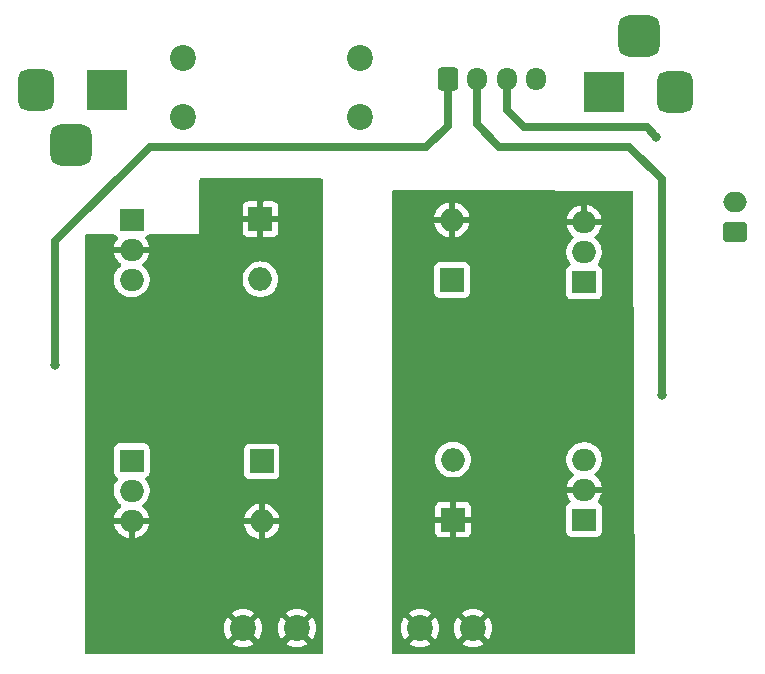
<source format=gbr>
%TF.GenerationSoftware,KiCad,Pcbnew,(6.0.1)*%
%TF.CreationDate,2022-05-20T18:23:43-05:00*%
%TF.ProjectId,BookSensitizer,426f6f6b-5365-46e7-9369-74697a65722e,rev?*%
%TF.SameCoordinates,Original*%
%TF.FileFunction,Copper,L2,Bot*%
%TF.FilePolarity,Positive*%
%FSLAX46Y46*%
G04 Gerber Fmt 4.6, Leading zero omitted, Abs format (unit mm)*
G04 Created by KiCad (PCBNEW (6.0.1)) date 2022-05-20 18:23:43*
%MOMM*%
%LPD*%
G01*
G04 APERTURE LIST*
G04 Aperture macros list*
%AMRoundRect*
0 Rectangle with rounded corners*
0 $1 Rounding radius*
0 $2 $3 $4 $5 $6 $7 $8 $9 X,Y pos of 4 corners*
0 Add a 4 corners polygon primitive as box body*
4,1,4,$2,$3,$4,$5,$6,$7,$8,$9,$2,$3,0*
0 Add four circle primitives for the rounded corners*
1,1,$1+$1,$2,$3*
1,1,$1+$1,$4,$5*
1,1,$1+$1,$6,$7*
1,1,$1+$1,$8,$9*
0 Add four rect primitives between the rounded corners*
20,1,$1+$1,$2,$3,$4,$5,0*
20,1,$1+$1,$4,$5,$6,$7,0*
20,1,$1+$1,$6,$7,$8,$9,0*
20,1,$1+$1,$8,$9,$2,$3,0*%
G04 Aperture macros list end*
%TA.AperFunction,ComponentPad*%
%ADD10R,2.000000X2.000000*%
%TD*%
%TA.AperFunction,ComponentPad*%
%ADD11O,2.000000X2.000000*%
%TD*%
%TA.AperFunction,ComponentPad*%
%ADD12R,3.500000X3.500000*%
%TD*%
%TA.AperFunction,ComponentPad*%
%ADD13RoundRect,0.875000X0.875000X0.875000X-0.875000X0.875000X-0.875000X-0.875000X0.875000X-0.875000X0*%
%TD*%
%TA.AperFunction,ComponentPad*%
%ADD14RoundRect,0.750000X0.750000X1.000000X-0.750000X1.000000X-0.750000X-1.000000X0.750000X-1.000000X0*%
%TD*%
%TA.AperFunction,ComponentPad*%
%ADD15R,2.000000X1.905000*%
%TD*%
%TA.AperFunction,ComponentPad*%
%ADD16O,2.000000X1.905000*%
%TD*%
%TA.AperFunction,ComponentPad*%
%ADD17RoundRect,0.750000X-0.750000X-1.000000X0.750000X-1.000000X0.750000X1.000000X-0.750000X1.000000X0*%
%TD*%
%TA.AperFunction,ComponentPad*%
%ADD18RoundRect,0.875000X-0.875000X-0.875000X0.875000X-0.875000X0.875000X0.875000X-0.875000X0.875000X0*%
%TD*%
%TA.AperFunction,ComponentPad*%
%ADD19RoundRect,0.250000X0.750000X-0.600000X0.750000X0.600000X-0.750000X0.600000X-0.750000X-0.600000X0*%
%TD*%
%TA.AperFunction,ComponentPad*%
%ADD20O,2.000000X1.700000*%
%TD*%
%TA.AperFunction,ComponentPad*%
%ADD21C,2.200000*%
%TD*%
%TA.AperFunction,ComponentPad*%
%ADD22RoundRect,0.250000X-0.600000X-0.725000X0.600000X-0.725000X0.600000X0.725000X-0.600000X0.725000X0*%
%TD*%
%TA.AperFunction,ComponentPad*%
%ADD23O,1.700000X1.950000*%
%TD*%
%TA.AperFunction,ViaPad*%
%ADD24C,0.800000*%
%TD*%
%TA.AperFunction,Conductor*%
%ADD25C,0.700000*%
%TD*%
G04 APERTURE END LIST*
D10*
%TO.P,D1,1,K*%
%TO.N,+12V*%
X78011800Y-84624000D03*
D11*
%TO.P,D1,2,A*%
%TO.N,/driver1/Hs*%
X78011800Y-89704000D03*
%TD*%
D12*
%TO.P,Vout_J1,1*%
%TO.N,+12V*%
X106979200Y-53332300D03*
D13*
%TO.P,Vout_J1,2*%
%TO.N,GND*%
X109979200Y-48632300D03*
D14*
X112979200Y-53332300D03*
%TD*%
D15*
%TO.P,Q1,1,G*%
%TO.N,/driver1/G_High*%
X67011800Y-84554000D03*
D16*
%TO.P,Q1,2,D*%
%TO.N,+12V*%
X67011800Y-87094000D03*
%TO.P,Q1,3,S*%
%TO.N,/driver1/Hs*%
X67011800Y-89634000D03*
%TD*%
D15*
%TO.P,Q4,1,G*%
%TO.N,/driver2/G_low*%
X105311800Y-89554000D03*
D16*
%TO.P,Q4,2,D*%
%TO.N,/driver2/Hs*%
X105311800Y-87014000D03*
%TO.P,Q4,3,S*%
%TO.N,GND*%
X105311800Y-84474000D03*
%TD*%
D12*
%TO.P,Vin_J2,1*%
%TO.N,Net-(F1-Pad1)*%
X64902600Y-53144500D03*
D17*
%TO.P,Vin_J2,2*%
%TO.N,GND*%
X58902600Y-53144500D03*
D18*
X61902600Y-57844500D03*
%TD*%
D19*
%TO.P,M1,1,+*%
%TO.N,+12V*%
X118121800Y-65204000D03*
D20*
%TO.P,M1,2,-*%
%TO.N,Net-(M1-Pad2)*%
X118121800Y-62704000D03*
%TD*%
D10*
%TO.P,D2,1,K*%
%TO.N,/driver1/Hs*%
X77911800Y-64124000D03*
D11*
%TO.P,D2,2,A*%
%TO.N,GND*%
X77911800Y-69204000D03*
%TD*%
D15*
%TO.P,Q2,1,G*%
%TO.N,/driver1/G_low*%
X67011800Y-64154000D03*
D16*
%TO.P,Q2,2,D*%
%TO.N,/driver1/Hs*%
X67011800Y-66694000D03*
%TO.P,Q2,3,S*%
%TO.N,GND*%
X67011800Y-69234000D03*
%TD*%
D10*
%TO.P,D4,1,K*%
%TO.N,/driver2/Hs*%
X94211800Y-89554000D03*
D11*
%TO.P,D4,2,A*%
%TO.N,GND*%
X94211800Y-84474000D03*
%TD*%
D10*
%TO.P,D3,1,K*%
%TO.N,+12V*%
X94111800Y-69254000D03*
D11*
%TO.P,D3,2,A*%
%TO.N,/driver2/Hs*%
X94111800Y-64174000D03*
%TD*%
D21*
%TO.P,F1 10A,1*%
%TO.N,Net-(F1-Pad1)*%
X71311800Y-50454000D03*
X71311800Y-55454000D03*
%TO.P,F1 10A,2*%
%TO.N,+12V*%
X86311800Y-55454000D03*
X86311800Y-50454000D03*
%TD*%
D15*
%TO.P,Q3,1,G*%
%TO.N,/driver2/G_High*%
X105311800Y-69454000D03*
D16*
%TO.P,Q3,2,D*%
%TO.N,+12V*%
X105311800Y-66914000D03*
%TO.P,Q3,3,S*%
%TO.N,/driver2/Hs*%
X105311800Y-64374000D03*
%TD*%
D21*
%TO.P,L1,1,1*%
%TO.N,/driver1/Hs*%
X76436800Y-98754000D03*
X80986800Y-98754000D03*
%TO.P,L1,2,2*%
%TO.N,/driver2/Hs*%
X91411800Y-98754000D03*
X95911800Y-98754000D03*
%TD*%
D22*
%TO.P,J3,1,Pin_1*%
%TO.N,/in_1*%
X93761800Y-52286500D03*
D23*
%TO.P,J3,2,Pin_2*%
%TO.N,/in_2*%
X96261800Y-52286500D03*
%TO.P,J3,3,Pin_3*%
%TO.N,/in_3*%
X98761800Y-52286500D03*
%TO.P,J3,4,Pin_4*%
%TO.N,GND*%
X101261800Y-52286500D03*
%TD*%
D24*
%TO.N,/driver1/Hs*%
X66124200Y-79361600D03*
%TO.N,/driver2/Hs*%
X105438000Y-75807800D03*
%TO.N,/in_1*%
X60553600Y-76479400D03*
%TO.N,/in_2*%
X111912400Y-78994000D03*
%TO.N,/in_3*%
X111441800Y-57124000D03*
%TD*%
D25*
%TO.N,/in_1*%
X91948000Y-58013600D02*
X93761800Y-56199800D01*
X68529200Y-58013600D02*
X91948000Y-58013600D01*
X60553600Y-65989200D02*
X68529200Y-58013600D01*
X93761800Y-56199800D02*
X93761800Y-52286500D01*
X60553600Y-76479400D02*
X60553600Y-65989200D01*
%TO.N,/in_2*%
X111912400Y-60731400D02*
X111912400Y-78994000D01*
X96261800Y-54910600D02*
X96261800Y-52286500D01*
X96240600Y-54940200D02*
X96240600Y-56057800D01*
X96266000Y-54914800D02*
X96240600Y-54940200D01*
X96240600Y-56057800D02*
X98145600Y-57962800D01*
X109143800Y-57962800D02*
X111912400Y-60731400D01*
X98145600Y-57962800D02*
X109143800Y-57962800D01*
X96266000Y-54914800D02*
X96261800Y-54910600D01*
%TO.N,/in_3*%
X100261800Y-56344000D02*
X110661800Y-56344000D01*
X110661800Y-56344000D02*
X111441800Y-57124000D01*
X98761800Y-52286500D02*
X98761800Y-54844000D01*
X98761800Y-54844000D02*
X100261800Y-56344000D01*
%TD*%
%TA.AperFunction,Conductor*%
%TO.N,/driver1/Hs*%
G36*
X83127121Y-60675202D02*
G01*
X83173614Y-60728858D01*
X83185000Y-60781200D01*
X83185000Y-100788200D01*
X83164998Y-100856321D01*
X83111342Y-100902814D01*
X83059000Y-100914200D01*
X63143400Y-100914200D01*
X63075279Y-100894198D01*
X63028786Y-100840542D01*
X63017400Y-100788200D01*
X63017400Y-100059390D01*
X75496240Y-100059390D01*
X75501967Y-100067040D01*
X75700306Y-100188583D01*
X75709100Y-100193064D01*
X75933791Y-100286134D01*
X75943176Y-100289183D01*
X76179663Y-100345959D01*
X76189410Y-100347502D01*
X76431870Y-100366584D01*
X76441730Y-100366584D01*
X76684190Y-100347502D01*
X76693937Y-100345959D01*
X76930424Y-100289183D01*
X76939809Y-100286134D01*
X77164500Y-100193064D01*
X77173294Y-100188583D01*
X77367967Y-100069287D01*
X77376920Y-100059390D01*
X80046240Y-100059390D01*
X80051967Y-100067040D01*
X80250306Y-100188583D01*
X80259100Y-100193064D01*
X80483791Y-100286134D01*
X80493176Y-100289183D01*
X80729663Y-100345959D01*
X80739410Y-100347502D01*
X80981870Y-100366584D01*
X80991730Y-100366584D01*
X81234190Y-100347502D01*
X81243937Y-100345959D01*
X81480424Y-100289183D01*
X81489809Y-100286134D01*
X81714500Y-100193064D01*
X81723294Y-100188583D01*
X81917967Y-100069287D01*
X81927427Y-100058830D01*
X81923644Y-100050054D01*
X80999612Y-99126022D01*
X80985668Y-99118408D01*
X80983835Y-99118539D01*
X80977220Y-99122790D01*
X80053000Y-100047010D01*
X80046240Y-100059390D01*
X77376920Y-100059390D01*
X77377427Y-100058830D01*
X77373644Y-100050054D01*
X76449612Y-99126022D01*
X76435668Y-99118408D01*
X76433835Y-99118539D01*
X76427220Y-99122790D01*
X75503000Y-100047010D01*
X75496240Y-100059390D01*
X63017400Y-100059390D01*
X63017400Y-98758930D01*
X74824216Y-98758930D01*
X74843298Y-99001390D01*
X74844841Y-99011137D01*
X74901617Y-99247624D01*
X74904666Y-99257009D01*
X74997736Y-99481700D01*
X75002217Y-99490494D01*
X75121513Y-99685167D01*
X75131970Y-99694627D01*
X75140746Y-99690844D01*
X76064778Y-98766812D01*
X76071156Y-98755132D01*
X76801208Y-98755132D01*
X76801339Y-98756965D01*
X76805590Y-98763580D01*
X77729810Y-99687800D01*
X77742190Y-99694560D01*
X77749840Y-99688833D01*
X77871383Y-99490494D01*
X77875864Y-99481700D01*
X77968934Y-99257009D01*
X77971983Y-99247624D01*
X78028759Y-99011137D01*
X78030302Y-99001390D01*
X78049384Y-98758930D01*
X79374216Y-98758930D01*
X79393298Y-99001390D01*
X79394841Y-99011137D01*
X79451617Y-99247624D01*
X79454666Y-99257009D01*
X79547736Y-99481700D01*
X79552217Y-99490494D01*
X79671513Y-99685167D01*
X79681970Y-99694627D01*
X79690746Y-99690844D01*
X80614778Y-98766812D01*
X80621156Y-98755132D01*
X81351208Y-98755132D01*
X81351339Y-98756965D01*
X81355590Y-98763580D01*
X82279810Y-99687800D01*
X82292190Y-99694560D01*
X82299840Y-99688833D01*
X82421383Y-99490494D01*
X82425864Y-99481700D01*
X82518934Y-99257009D01*
X82521983Y-99247624D01*
X82578759Y-99011137D01*
X82580302Y-99001390D01*
X82599384Y-98758930D01*
X82599384Y-98749070D01*
X82580302Y-98506610D01*
X82578759Y-98496863D01*
X82521983Y-98260376D01*
X82518934Y-98250991D01*
X82425864Y-98026300D01*
X82421383Y-98017506D01*
X82302087Y-97822833D01*
X82291630Y-97813373D01*
X82282854Y-97817156D01*
X81358822Y-98741188D01*
X81351208Y-98755132D01*
X80621156Y-98755132D01*
X80622392Y-98752868D01*
X80622261Y-98751035D01*
X80618010Y-98744420D01*
X79693790Y-97820200D01*
X79681410Y-97813440D01*
X79673760Y-97819167D01*
X79552217Y-98017506D01*
X79547736Y-98026300D01*
X79454666Y-98250991D01*
X79451617Y-98260376D01*
X79394841Y-98496863D01*
X79393298Y-98506610D01*
X79374216Y-98749070D01*
X79374216Y-98758930D01*
X78049384Y-98758930D01*
X78049384Y-98749070D01*
X78030302Y-98506610D01*
X78028759Y-98496863D01*
X77971983Y-98260376D01*
X77968934Y-98250991D01*
X77875864Y-98026300D01*
X77871383Y-98017506D01*
X77752087Y-97822833D01*
X77741630Y-97813373D01*
X77732854Y-97817156D01*
X76808822Y-98741188D01*
X76801208Y-98755132D01*
X76071156Y-98755132D01*
X76072392Y-98752868D01*
X76072261Y-98751035D01*
X76068010Y-98744420D01*
X75143790Y-97820200D01*
X75131410Y-97813440D01*
X75123760Y-97819167D01*
X75002217Y-98017506D01*
X74997736Y-98026300D01*
X74904666Y-98250991D01*
X74901617Y-98260376D01*
X74844841Y-98496863D01*
X74843298Y-98506610D01*
X74824216Y-98749070D01*
X74824216Y-98758930D01*
X63017400Y-98758930D01*
X63017400Y-97449170D01*
X75496173Y-97449170D01*
X75499956Y-97457946D01*
X76423988Y-98381978D01*
X76437932Y-98389592D01*
X76439765Y-98389461D01*
X76446380Y-98385210D01*
X77370600Y-97460990D01*
X77377054Y-97449170D01*
X80046173Y-97449170D01*
X80049956Y-97457946D01*
X80973988Y-98381978D01*
X80987932Y-98389592D01*
X80989765Y-98389461D01*
X80996380Y-98385210D01*
X81920600Y-97460990D01*
X81927360Y-97448610D01*
X81921633Y-97440960D01*
X81723294Y-97319417D01*
X81714500Y-97314936D01*
X81489809Y-97221866D01*
X81480424Y-97218817D01*
X81243937Y-97162041D01*
X81234190Y-97160498D01*
X80991730Y-97141416D01*
X80981870Y-97141416D01*
X80739410Y-97160498D01*
X80729663Y-97162041D01*
X80493176Y-97218817D01*
X80483791Y-97221866D01*
X80259100Y-97314936D01*
X80250306Y-97319417D01*
X80055633Y-97438713D01*
X80046173Y-97449170D01*
X77377054Y-97449170D01*
X77377360Y-97448610D01*
X77371633Y-97440960D01*
X77173294Y-97319417D01*
X77164500Y-97314936D01*
X76939809Y-97221866D01*
X76930424Y-97218817D01*
X76693937Y-97162041D01*
X76684190Y-97160498D01*
X76441730Y-97141416D01*
X76431870Y-97141416D01*
X76189410Y-97160498D01*
X76179663Y-97162041D01*
X75943176Y-97218817D01*
X75933791Y-97221866D01*
X75709100Y-97314936D01*
X75700306Y-97319417D01*
X75505633Y-97438713D01*
X75496173Y-97449170D01*
X63017400Y-97449170D01*
X63017400Y-89906194D01*
X65528373Y-89906194D01*
X65537910Y-89968515D01*
X65540299Y-89978543D01*
X65611698Y-90196988D01*
X65615695Y-90206497D01*
X65721811Y-90410344D01*
X65727305Y-90419069D01*
X65865293Y-90602852D01*
X65872136Y-90610559D01*
X66038291Y-90769339D01*
X66046301Y-90775826D01*
X66236147Y-90905330D01*
X66245121Y-90910429D01*
X66453569Y-91007187D01*
X66463256Y-91010750D01*
X66684708Y-91072165D01*
X66694830Y-91074096D01*
X66739787Y-91078901D01*
X66754408Y-91076253D01*
X66757653Y-91064412D01*
X67265800Y-91064412D01*
X67270125Y-91079141D01*
X67281911Y-91081202D01*
X67293504Y-91080249D01*
X67303666Y-91078567D01*
X67526571Y-91022578D01*
X67536319Y-91019259D01*
X67747089Y-90927615D01*
X67756164Y-90922749D01*
X67949127Y-90797915D01*
X67957298Y-90791622D01*
X68127280Y-90636950D01*
X68134306Y-90629417D01*
X68276745Y-90449056D01*
X68282450Y-90440469D01*
X68393514Y-90239278D01*
X68397744Y-90229866D01*
X68474459Y-90013232D01*
X68477093Y-90003261D01*
X68482763Y-89971431D01*
X76525153Y-89971431D01*
X76572018Y-90166634D01*
X76575064Y-90176008D01*
X76662113Y-90386163D01*
X76666595Y-90394958D01*
X76785443Y-90588899D01*
X76791243Y-90596883D01*
X76938978Y-90769858D01*
X76945942Y-90776822D01*
X77118917Y-90924557D01*
X77126901Y-90930357D01*
X77320842Y-91049205D01*
X77329637Y-91053687D01*
X77539792Y-91140736D01*
X77549166Y-91143782D01*
X77740185Y-91189642D01*
X77754269Y-91188937D01*
X77757800Y-91180056D01*
X77757800Y-91175756D01*
X78265800Y-91175756D01*
X78269773Y-91189287D01*
X78279231Y-91190647D01*
X78474434Y-91143782D01*
X78483808Y-91140736D01*
X78693963Y-91053687D01*
X78702758Y-91049205D01*
X78896699Y-90930357D01*
X78904683Y-90924557D01*
X79077658Y-90776822D01*
X79084622Y-90769858D01*
X79232357Y-90596883D01*
X79238157Y-90588899D01*
X79357005Y-90394958D01*
X79361487Y-90386163D01*
X79448536Y-90176008D01*
X79451582Y-90166634D01*
X79497442Y-89975615D01*
X79496737Y-89961531D01*
X79487856Y-89958000D01*
X78283915Y-89958000D01*
X78268676Y-89962475D01*
X78267471Y-89963865D01*
X78265800Y-89971548D01*
X78265800Y-91175756D01*
X77757800Y-91175756D01*
X77757800Y-89976115D01*
X77753325Y-89960876D01*
X77751935Y-89959671D01*
X77744252Y-89958000D01*
X76540044Y-89958000D01*
X76526513Y-89961973D01*
X76525153Y-89971431D01*
X68482763Y-89971431D01*
X68494447Y-89905837D01*
X68492987Y-89892540D01*
X68478430Y-89888000D01*
X67283915Y-89888000D01*
X67268676Y-89892475D01*
X67267471Y-89893865D01*
X67265800Y-89901548D01*
X67265800Y-91064412D01*
X66757653Y-91064412D01*
X66757800Y-91063876D01*
X66757800Y-89906115D01*
X66753325Y-89890876D01*
X66751935Y-89889671D01*
X66744252Y-89888000D01*
X65543704Y-89888000D01*
X65530360Y-89891918D01*
X65528373Y-89906194D01*
X63017400Y-89906194D01*
X63017400Y-89432385D01*
X76526158Y-89432385D01*
X76526863Y-89446469D01*
X76535744Y-89450000D01*
X77739685Y-89450000D01*
X77754924Y-89445525D01*
X77756129Y-89444135D01*
X77757800Y-89436452D01*
X77757800Y-89431885D01*
X78265800Y-89431885D01*
X78270275Y-89447124D01*
X78271665Y-89448329D01*
X78279348Y-89450000D01*
X79483556Y-89450000D01*
X79497087Y-89446027D01*
X79498447Y-89436569D01*
X79451582Y-89241366D01*
X79448536Y-89231992D01*
X79361487Y-89021837D01*
X79357005Y-89013042D01*
X79238157Y-88819101D01*
X79232357Y-88811117D01*
X79084622Y-88638142D01*
X79077658Y-88631178D01*
X78904683Y-88483443D01*
X78896699Y-88477643D01*
X78702758Y-88358795D01*
X78693963Y-88354313D01*
X78483808Y-88267264D01*
X78474434Y-88264218D01*
X78283415Y-88218358D01*
X78269331Y-88219063D01*
X78265800Y-88227944D01*
X78265800Y-89431885D01*
X77757800Y-89431885D01*
X77757800Y-88232244D01*
X77753827Y-88218713D01*
X77744369Y-88217353D01*
X77549166Y-88264218D01*
X77539792Y-88267264D01*
X77329637Y-88354313D01*
X77320842Y-88358795D01*
X77126901Y-88477643D01*
X77118917Y-88483443D01*
X76945942Y-88631178D01*
X76938978Y-88638142D01*
X76791243Y-88811117D01*
X76785443Y-88819101D01*
X76666595Y-89013042D01*
X76662113Y-89021837D01*
X76575064Y-89231992D01*
X76572018Y-89241366D01*
X76526158Y-89432385D01*
X63017400Y-89432385D01*
X63017400Y-87196263D01*
X65501864Y-87196263D01*
X65538204Y-87433744D01*
X65574894Y-87545997D01*
X65611234Y-87657183D01*
X65611237Y-87657189D01*
X65612842Y-87662101D01*
X65723775Y-87875200D01*
X65868023Y-88067320D01*
X65871761Y-88070892D01*
X66026447Y-88218713D01*
X66041712Y-88233301D01*
X66079151Y-88258840D01*
X66124152Y-88313751D01*
X66132323Y-88384275D01*
X66101069Y-88448022D01*
X66076590Y-88468716D01*
X66074474Y-88470085D01*
X66066302Y-88476378D01*
X65896320Y-88631050D01*
X65889294Y-88638583D01*
X65746855Y-88818944D01*
X65741150Y-88827531D01*
X65630086Y-89028722D01*
X65625856Y-89038134D01*
X65549141Y-89254768D01*
X65546507Y-89264739D01*
X65529153Y-89362163D01*
X65530613Y-89375460D01*
X65545170Y-89380000D01*
X68479896Y-89380000D01*
X68493240Y-89376082D01*
X68495227Y-89361806D01*
X68485690Y-89299485D01*
X68483301Y-89289457D01*
X68411902Y-89071012D01*
X68407905Y-89061503D01*
X68301789Y-88857656D01*
X68296295Y-88848931D01*
X68158307Y-88665148D01*
X68151464Y-88657441D01*
X67985309Y-88498661D01*
X67977302Y-88492177D01*
X67944444Y-88469763D01*
X67899441Y-88414852D01*
X67891268Y-88344328D01*
X67922522Y-88280580D01*
X67947004Y-88259884D01*
X67949435Y-88258311D01*
X67953777Y-88255502D01*
X68131470Y-88093814D01*
X68192147Y-88016983D01*
X68277167Y-87909330D01*
X68277170Y-87909325D01*
X68280368Y-87905276D01*
X68294685Y-87879342D01*
X68393977Y-87699474D01*
X68393979Y-87699470D01*
X68396474Y-87694950D01*
X68476670Y-87468485D01*
X68481983Y-87438659D01*
X68517895Y-87237052D01*
X68517896Y-87237046D01*
X68518801Y-87231963D01*
X68521736Y-86991737D01*
X68485396Y-86754256D01*
X68448706Y-86642003D01*
X68412366Y-86530817D01*
X68412363Y-86530811D01*
X68410758Y-86525899D01*
X68299825Y-86312800D01*
X68183385Y-86157717D01*
X68158480Y-86091235D01*
X68173472Y-86021839D01*
X68223602Y-85971565D01*
X68239915Y-85964085D01*
X68250093Y-85960269D01*
X68250096Y-85960267D01*
X68258505Y-85957115D01*
X68375061Y-85869761D01*
X68462415Y-85753205D01*
X68492807Y-85672134D01*
X76503300Y-85672134D01*
X76510055Y-85734316D01*
X76561185Y-85870705D01*
X76648539Y-85987261D01*
X76765095Y-86074615D01*
X76901484Y-86125745D01*
X76963666Y-86132500D01*
X79059934Y-86132500D01*
X79122116Y-86125745D01*
X79258505Y-86074615D01*
X79375061Y-85987261D01*
X79462415Y-85870705D01*
X79513545Y-85734316D01*
X79520300Y-85672134D01*
X79520300Y-83575866D01*
X79513545Y-83513684D01*
X79462415Y-83377295D01*
X79375061Y-83260739D01*
X79258505Y-83173385D01*
X79122116Y-83122255D01*
X79059934Y-83115500D01*
X76963666Y-83115500D01*
X76901484Y-83122255D01*
X76765095Y-83173385D01*
X76648539Y-83260739D01*
X76561185Y-83377295D01*
X76510055Y-83513684D01*
X76503300Y-83575866D01*
X76503300Y-85672134D01*
X68492807Y-85672134D01*
X68513545Y-85616816D01*
X68520300Y-85554634D01*
X68520300Y-83553366D01*
X68513545Y-83491184D01*
X68462415Y-83354795D01*
X68375061Y-83238239D01*
X68258505Y-83150885D01*
X68122116Y-83099755D01*
X68059934Y-83093000D01*
X65963666Y-83093000D01*
X65901484Y-83099755D01*
X65765095Y-83150885D01*
X65648539Y-83238239D01*
X65561185Y-83354795D01*
X65510055Y-83491184D01*
X65503300Y-83553366D01*
X65503300Y-85554634D01*
X65510055Y-85616816D01*
X65561185Y-85753205D01*
X65648539Y-85869761D01*
X65765095Y-85957115D01*
X65784989Y-85964573D01*
X65841753Y-86007213D01*
X65866454Y-86073774D01*
X65851247Y-86143123D01*
X65839642Y-86160647D01*
X65746433Y-86278670D01*
X65746430Y-86278675D01*
X65743232Y-86282724D01*
X65740739Y-86287240D01*
X65740737Y-86287243D01*
X65629623Y-86488526D01*
X65627126Y-86493050D01*
X65546930Y-86719515D01*
X65546023Y-86724608D01*
X65546022Y-86724611D01*
X65540742Y-86754256D01*
X65504799Y-86956037D01*
X65501864Y-87196263D01*
X63017400Y-87196263D01*
X63017400Y-69336263D01*
X65501864Y-69336263D01*
X65538204Y-69573744D01*
X65568613Y-69666782D01*
X65611234Y-69797183D01*
X65611237Y-69797189D01*
X65612842Y-69802101D01*
X65615229Y-69806687D01*
X65615231Y-69806691D01*
X65721384Y-70010607D01*
X65723775Y-70015200D01*
X65868023Y-70207320D01*
X66041712Y-70373301D01*
X66240178Y-70508686D01*
X66244861Y-70510860D01*
X66244865Y-70510862D01*
X66453395Y-70607658D01*
X66453399Y-70607659D01*
X66458090Y-70609837D01*
X66689598Y-70674040D01*
X66694735Y-70674589D01*
X66882393Y-70694644D01*
X66882401Y-70694644D01*
X66885728Y-70695000D01*
X67120202Y-70695000D01*
X67122775Y-70694788D01*
X67122786Y-70694788D01*
X67223746Y-70686487D01*
X67298737Y-70680322D01*
X67531744Y-70621794D01*
X67691708Y-70552240D01*
X67747326Y-70528057D01*
X67747329Y-70528055D01*
X67752063Y-70525997D01*
X67953777Y-70395502D01*
X68131470Y-70233814D01*
X68239381Y-70097175D01*
X68277167Y-70049330D01*
X68277170Y-70049325D01*
X68280368Y-70045276D01*
X68294685Y-70019342D01*
X68393977Y-69839474D01*
X68393979Y-69839470D01*
X68396474Y-69834950D01*
X68452703Y-69676167D01*
X68474944Y-69613360D01*
X68474945Y-69613356D01*
X68476670Y-69608485D01*
X68481983Y-69578659D01*
X68517895Y-69377052D01*
X68517896Y-69377046D01*
X68518801Y-69371963D01*
X68520853Y-69204000D01*
X76398635Y-69204000D01*
X76417265Y-69440711D01*
X76472695Y-69671594D01*
X76474588Y-69676165D01*
X76474589Y-69676167D01*
X76542233Y-69839474D01*
X76563560Y-69890963D01*
X76566146Y-69895183D01*
X76685041Y-70089202D01*
X76685045Y-70089208D01*
X76687624Y-70093416D01*
X76841831Y-70273969D01*
X77022384Y-70428176D01*
X77026592Y-70430755D01*
X77026598Y-70430759D01*
X77185374Y-70528057D01*
X77224837Y-70552240D01*
X77229407Y-70554133D01*
X77229411Y-70554135D01*
X77439633Y-70641211D01*
X77444206Y-70643105D01*
X77524409Y-70662360D01*
X77670276Y-70697380D01*
X77670282Y-70697381D01*
X77675089Y-70698535D01*
X77911800Y-70717165D01*
X78148511Y-70698535D01*
X78153318Y-70697381D01*
X78153324Y-70697380D01*
X78299191Y-70662360D01*
X78379394Y-70643105D01*
X78383967Y-70641211D01*
X78594189Y-70554135D01*
X78594193Y-70554133D01*
X78598763Y-70552240D01*
X78638226Y-70528057D01*
X78797002Y-70430759D01*
X78797008Y-70430755D01*
X78801216Y-70428176D01*
X78981769Y-70273969D01*
X79135976Y-70093416D01*
X79138555Y-70089208D01*
X79138559Y-70089202D01*
X79257454Y-69895183D01*
X79260040Y-69890963D01*
X79281368Y-69839474D01*
X79349011Y-69676167D01*
X79349012Y-69676165D01*
X79350905Y-69671594D01*
X79406335Y-69440711D01*
X79424965Y-69204000D01*
X79406335Y-68967289D01*
X79388802Y-68894256D01*
X79352060Y-68741218D01*
X79350905Y-68736406D01*
X79349011Y-68731833D01*
X79261935Y-68521611D01*
X79261933Y-68521607D01*
X79260040Y-68517037D01*
X79223490Y-68457393D01*
X79138559Y-68318798D01*
X79138555Y-68318792D01*
X79135976Y-68314584D01*
X78981769Y-68134031D01*
X78801216Y-67979824D01*
X78797008Y-67977245D01*
X78797002Y-67977241D01*
X78602983Y-67858346D01*
X78598763Y-67855760D01*
X78594193Y-67853867D01*
X78594189Y-67853865D01*
X78383967Y-67766789D01*
X78383965Y-67766788D01*
X78379394Y-67764895D01*
X78299191Y-67745640D01*
X78153324Y-67710620D01*
X78153318Y-67710619D01*
X78148511Y-67709465D01*
X77911800Y-67690835D01*
X77675089Y-67709465D01*
X77670282Y-67710619D01*
X77670276Y-67710620D01*
X77524409Y-67745640D01*
X77444206Y-67764895D01*
X77439635Y-67766788D01*
X77439633Y-67766789D01*
X77229411Y-67853865D01*
X77229407Y-67853867D01*
X77224837Y-67855760D01*
X77220617Y-67858346D01*
X77026598Y-67977241D01*
X77026592Y-67977245D01*
X77022384Y-67979824D01*
X76841831Y-68134031D01*
X76687624Y-68314584D01*
X76685045Y-68318792D01*
X76685041Y-68318798D01*
X76600110Y-68457393D01*
X76563560Y-68517037D01*
X76561667Y-68521607D01*
X76561665Y-68521611D01*
X76474589Y-68731833D01*
X76472695Y-68736406D01*
X76471540Y-68741218D01*
X76434799Y-68894256D01*
X76417265Y-68967289D01*
X76398635Y-69204000D01*
X68520853Y-69204000D01*
X68521736Y-69131737D01*
X68485396Y-68894256D01*
X68433803Y-68736406D01*
X68412366Y-68670817D01*
X68412363Y-68670811D01*
X68410758Y-68665899D01*
X68299825Y-68452800D01*
X68267546Y-68409809D01*
X68158682Y-68264815D01*
X68158680Y-68264812D01*
X68155577Y-68260680D01*
X67981888Y-68094699D01*
X67944449Y-68069160D01*
X67899448Y-68014249D01*
X67891277Y-67943725D01*
X67922531Y-67879978D01*
X67947010Y-67859284D01*
X67949126Y-67857915D01*
X67957298Y-67851622D01*
X68127280Y-67696950D01*
X68134306Y-67689417D01*
X68276745Y-67509056D01*
X68282450Y-67500469D01*
X68393514Y-67299278D01*
X68397744Y-67289866D01*
X68474459Y-67073232D01*
X68477093Y-67063261D01*
X68494447Y-66965837D01*
X68492987Y-66952540D01*
X68478430Y-66948000D01*
X65543704Y-66948000D01*
X65530360Y-66951918D01*
X65528373Y-66966194D01*
X65537910Y-67028515D01*
X65540299Y-67038543D01*
X65611698Y-67256988D01*
X65615695Y-67266497D01*
X65721811Y-67470344D01*
X65727305Y-67479069D01*
X65865293Y-67662852D01*
X65872136Y-67670559D01*
X66038291Y-67829339D01*
X66046298Y-67835823D01*
X66079156Y-67858237D01*
X66124159Y-67913148D01*
X66132332Y-67983672D01*
X66101078Y-68047420D01*
X66076596Y-68068116D01*
X66074981Y-68069161D01*
X66069823Y-68072498D01*
X65892130Y-68234186D01*
X65867941Y-68264815D01*
X65746433Y-68418670D01*
X65746430Y-68418675D01*
X65743232Y-68422724D01*
X65740739Y-68427240D01*
X65740737Y-68427243D01*
X65629623Y-68628526D01*
X65627126Y-68633050D01*
X65546930Y-68859515D01*
X65546023Y-68864608D01*
X65546022Y-68864611D01*
X65526854Y-68972223D01*
X65504799Y-69096037D01*
X65501864Y-69336263D01*
X63017400Y-69336263D01*
X63017400Y-65531000D01*
X63037402Y-65462879D01*
X63091058Y-65416386D01*
X63143400Y-65405000D01*
X65536976Y-65405000D01*
X65605097Y-65425002D01*
X65637801Y-65455434D01*
X65648539Y-65469761D01*
X65765095Y-65557115D01*
X65784168Y-65564265D01*
X65785483Y-65564758D01*
X65842247Y-65607401D01*
X65866946Y-65673962D01*
X65851738Y-65743311D01*
X65840134Y-65760832D01*
X65746855Y-65878944D01*
X65741150Y-65887531D01*
X65630086Y-66088722D01*
X65625856Y-66098134D01*
X65549141Y-66314768D01*
X65546507Y-66324739D01*
X65529153Y-66422163D01*
X65530613Y-66435460D01*
X65545170Y-66440000D01*
X68479896Y-66440000D01*
X68493240Y-66436082D01*
X68495227Y-66421806D01*
X68485690Y-66359485D01*
X68483301Y-66349457D01*
X68411902Y-66131012D01*
X68407905Y-66121503D01*
X68301789Y-65917656D01*
X68296300Y-65908939D01*
X68182898Y-65757901D01*
X68157993Y-65691416D01*
X68172986Y-65622020D01*
X68223116Y-65571747D01*
X68239425Y-65564268D01*
X68258505Y-65557115D01*
X68375061Y-65469761D01*
X68385799Y-65455434D01*
X68442659Y-65412919D01*
X68486624Y-65405000D01*
X72730000Y-65405000D01*
X72730000Y-65168669D01*
X76403801Y-65168669D01*
X76404171Y-65175490D01*
X76409695Y-65226352D01*
X76413321Y-65241604D01*
X76458476Y-65362054D01*
X76467014Y-65377649D01*
X76543515Y-65479724D01*
X76556076Y-65492285D01*
X76658151Y-65568786D01*
X76673746Y-65577324D01*
X76794194Y-65622478D01*
X76809449Y-65626105D01*
X76860314Y-65631631D01*
X76867128Y-65632000D01*
X77639685Y-65632000D01*
X77654924Y-65627525D01*
X77656129Y-65626135D01*
X77657800Y-65618452D01*
X77657800Y-65613884D01*
X78165800Y-65613884D01*
X78170275Y-65629123D01*
X78171665Y-65630328D01*
X78179348Y-65631999D01*
X78956469Y-65631999D01*
X78963290Y-65631629D01*
X79014152Y-65626105D01*
X79029404Y-65622479D01*
X79149854Y-65577324D01*
X79165449Y-65568786D01*
X79267524Y-65492285D01*
X79280085Y-65479724D01*
X79356586Y-65377649D01*
X79365124Y-65362054D01*
X79410278Y-65241606D01*
X79413905Y-65226351D01*
X79419431Y-65175486D01*
X79419800Y-65168672D01*
X79419800Y-64396115D01*
X79415325Y-64380876D01*
X79413935Y-64379671D01*
X79406252Y-64378000D01*
X78183915Y-64378000D01*
X78168676Y-64382475D01*
X78167471Y-64383865D01*
X78165800Y-64391548D01*
X78165800Y-65613884D01*
X77657800Y-65613884D01*
X77657800Y-64396115D01*
X77653325Y-64380876D01*
X77651935Y-64379671D01*
X77644252Y-64378000D01*
X76421916Y-64378000D01*
X76406677Y-64382475D01*
X76405472Y-64383865D01*
X76403801Y-64391548D01*
X76403801Y-65168669D01*
X72730000Y-65168669D01*
X72730000Y-63851885D01*
X76403800Y-63851885D01*
X76408275Y-63867124D01*
X76409665Y-63868329D01*
X76417348Y-63870000D01*
X77639685Y-63870000D01*
X77654924Y-63865525D01*
X77656129Y-63864135D01*
X77657800Y-63856452D01*
X77657800Y-63851885D01*
X78165800Y-63851885D01*
X78170275Y-63867124D01*
X78171665Y-63868329D01*
X78179348Y-63870000D01*
X79401684Y-63870000D01*
X79416923Y-63865525D01*
X79418128Y-63864135D01*
X79419799Y-63856452D01*
X79419799Y-63079331D01*
X79419429Y-63072510D01*
X79413905Y-63021648D01*
X79410279Y-63006396D01*
X79365124Y-62885946D01*
X79356586Y-62870351D01*
X79280085Y-62768276D01*
X79267524Y-62755715D01*
X79165449Y-62679214D01*
X79149854Y-62670676D01*
X79029406Y-62625522D01*
X79014151Y-62621895D01*
X78963286Y-62616369D01*
X78956472Y-62616000D01*
X78183915Y-62616000D01*
X78168676Y-62620475D01*
X78167471Y-62621865D01*
X78165800Y-62629548D01*
X78165800Y-63851885D01*
X77657800Y-63851885D01*
X77657800Y-62634116D01*
X77653325Y-62618877D01*
X77651935Y-62617672D01*
X77644252Y-62616001D01*
X76867131Y-62616001D01*
X76860310Y-62616371D01*
X76809448Y-62621895D01*
X76794196Y-62625521D01*
X76673746Y-62670676D01*
X76658151Y-62679214D01*
X76556076Y-62755715D01*
X76543515Y-62768276D01*
X76467014Y-62870351D01*
X76458476Y-62885946D01*
X76413322Y-63006394D01*
X76409695Y-63021649D01*
X76404169Y-63072514D01*
X76403800Y-63079328D01*
X76403800Y-63851885D01*
X72730000Y-63851885D01*
X72730000Y-60781200D01*
X72750002Y-60713079D01*
X72803658Y-60666586D01*
X72856000Y-60655200D01*
X83059000Y-60655200D01*
X83127121Y-60675202D01*
G37*
%TD.AperFunction*%
%TD*%
%TA.AperFunction,Conductor*%
%TO.N,/driver2/Hs*%
G36*
X96496798Y-61655921D02*
G01*
X109356618Y-61693633D01*
X109424679Y-61713834D01*
X109471015Y-61767626D01*
X109482247Y-61819181D01*
X109619773Y-100345959D01*
X109621349Y-100787550D01*
X109601590Y-100855742D01*
X109548101Y-100902426D01*
X109495350Y-100914000D01*
X89197703Y-100914000D01*
X89129582Y-100893998D01*
X89083089Y-100840342D01*
X89071703Y-100788161D01*
X89071703Y-100787550D01*
X89070775Y-100059390D01*
X90471240Y-100059390D01*
X90476967Y-100067040D01*
X90675306Y-100188583D01*
X90684100Y-100193064D01*
X90908791Y-100286134D01*
X90918176Y-100289183D01*
X91154663Y-100345959D01*
X91164410Y-100347502D01*
X91406870Y-100366584D01*
X91416730Y-100366584D01*
X91659190Y-100347502D01*
X91668937Y-100345959D01*
X91905424Y-100289183D01*
X91914809Y-100286134D01*
X92139500Y-100193064D01*
X92148294Y-100188583D01*
X92342967Y-100069287D01*
X92351920Y-100059390D01*
X94971240Y-100059390D01*
X94976967Y-100067040D01*
X95175306Y-100188583D01*
X95184100Y-100193064D01*
X95408791Y-100286134D01*
X95418176Y-100289183D01*
X95654663Y-100345959D01*
X95664410Y-100347502D01*
X95906870Y-100366584D01*
X95916730Y-100366584D01*
X96159190Y-100347502D01*
X96168937Y-100345959D01*
X96405424Y-100289183D01*
X96414809Y-100286134D01*
X96639500Y-100193064D01*
X96648294Y-100188583D01*
X96842967Y-100069287D01*
X96852427Y-100058830D01*
X96848644Y-100050054D01*
X95924612Y-99126022D01*
X95910668Y-99118408D01*
X95908835Y-99118539D01*
X95902220Y-99122790D01*
X94978000Y-100047010D01*
X94971240Y-100059390D01*
X92351920Y-100059390D01*
X92352427Y-100058830D01*
X92348644Y-100050054D01*
X91424612Y-99126022D01*
X91410668Y-99118408D01*
X91408835Y-99118539D01*
X91402220Y-99122790D01*
X90478000Y-100047010D01*
X90471240Y-100059390D01*
X89070775Y-100059390D01*
X89069117Y-98758930D01*
X89799216Y-98758930D01*
X89818298Y-99001390D01*
X89819841Y-99011137D01*
X89876617Y-99247624D01*
X89879666Y-99257009D01*
X89972736Y-99481700D01*
X89977217Y-99490494D01*
X90096513Y-99685167D01*
X90106970Y-99694627D01*
X90115746Y-99690844D01*
X91039778Y-98766812D01*
X91046156Y-98755132D01*
X91776208Y-98755132D01*
X91776339Y-98756965D01*
X91780590Y-98763580D01*
X92704810Y-99687800D01*
X92717190Y-99694560D01*
X92724840Y-99688833D01*
X92846383Y-99490494D01*
X92850864Y-99481700D01*
X92943934Y-99257009D01*
X92946983Y-99247624D01*
X93003759Y-99011137D01*
X93005302Y-99001390D01*
X93024384Y-98758930D01*
X94299216Y-98758930D01*
X94318298Y-99001390D01*
X94319841Y-99011137D01*
X94376617Y-99247624D01*
X94379666Y-99257009D01*
X94472736Y-99481700D01*
X94477217Y-99490494D01*
X94596513Y-99685167D01*
X94606970Y-99694627D01*
X94615746Y-99690844D01*
X95539778Y-98766812D01*
X95546156Y-98755132D01*
X96276208Y-98755132D01*
X96276339Y-98756965D01*
X96280590Y-98763580D01*
X97204810Y-99687800D01*
X97217190Y-99694560D01*
X97224840Y-99688833D01*
X97346383Y-99490494D01*
X97350864Y-99481700D01*
X97443934Y-99257009D01*
X97446983Y-99247624D01*
X97503759Y-99011137D01*
X97505302Y-99001390D01*
X97524384Y-98758930D01*
X97524384Y-98749070D01*
X97505302Y-98506610D01*
X97503759Y-98496863D01*
X97446983Y-98260376D01*
X97443934Y-98250991D01*
X97350864Y-98026300D01*
X97346383Y-98017506D01*
X97227087Y-97822833D01*
X97216630Y-97813373D01*
X97207854Y-97817156D01*
X96283822Y-98741188D01*
X96276208Y-98755132D01*
X95546156Y-98755132D01*
X95547392Y-98752868D01*
X95547261Y-98751035D01*
X95543010Y-98744420D01*
X94618790Y-97820200D01*
X94606410Y-97813440D01*
X94598760Y-97819167D01*
X94477217Y-98017506D01*
X94472736Y-98026300D01*
X94379666Y-98250991D01*
X94376617Y-98260376D01*
X94319841Y-98496863D01*
X94318298Y-98506610D01*
X94299216Y-98749070D01*
X94299216Y-98758930D01*
X93024384Y-98758930D01*
X93024384Y-98749070D01*
X93005302Y-98506610D01*
X93003759Y-98496863D01*
X92946983Y-98260376D01*
X92943934Y-98250991D01*
X92850864Y-98026300D01*
X92846383Y-98017506D01*
X92727087Y-97822833D01*
X92716630Y-97813373D01*
X92707854Y-97817156D01*
X91783822Y-98741188D01*
X91776208Y-98755132D01*
X91046156Y-98755132D01*
X91047392Y-98752868D01*
X91047261Y-98751035D01*
X91043010Y-98744420D01*
X90118790Y-97820200D01*
X90106410Y-97813440D01*
X90098760Y-97819167D01*
X89977217Y-98017506D01*
X89972736Y-98026300D01*
X89879666Y-98250991D01*
X89876617Y-98260376D01*
X89819841Y-98496863D01*
X89818298Y-98506610D01*
X89799216Y-98749070D01*
X89799216Y-98758930D01*
X89069117Y-98758930D01*
X89067448Y-97449170D01*
X90471173Y-97449170D01*
X90474956Y-97457946D01*
X91398988Y-98381978D01*
X91412932Y-98389592D01*
X91414765Y-98389461D01*
X91421380Y-98385210D01*
X92345600Y-97460990D01*
X92352054Y-97449170D01*
X94971173Y-97449170D01*
X94974956Y-97457946D01*
X95898988Y-98381978D01*
X95912932Y-98389592D01*
X95914765Y-98389461D01*
X95921380Y-98385210D01*
X96845600Y-97460990D01*
X96852360Y-97448610D01*
X96846633Y-97440960D01*
X96648294Y-97319417D01*
X96639500Y-97314936D01*
X96414809Y-97221866D01*
X96405424Y-97218817D01*
X96168937Y-97162041D01*
X96159190Y-97160498D01*
X95916730Y-97141416D01*
X95906870Y-97141416D01*
X95664410Y-97160498D01*
X95654663Y-97162041D01*
X95418176Y-97218817D01*
X95408791Y-97221866D01*
X95184100Y-97314936D01*
X95175306Y-97319417D01*
X94980633Y-97438713D01*
X94971173Y-97449170D01*
X92352054Y-97449170D01*
X92352360Y-97448610D01*
X92346633Y-97440960D01*
X92148294Y-97319417D01*
X92139500Y-97314936D01*
X91914809Y-97221866D01*
X91905424Y-97218817D01*
X91668937Y-97162041D01*
X91659190Y-97160498D01*
X91416730Y-97141416D01*
X91406870Y-97141416D01*
X91164410Y-97160498D01*
X91154663Y-97162041D01*
X90918176Y-97218817D01*
X90908791Y-97221866D01*
X90684100Y-97314936D01*
X90675306Y-97319417D01*
X90480633Y-97438713D01*
X90471173Y-97449170D01*
X89067448Y-97449170D01*
X89058717Y-90598669D01*
X92703801Y-90598669D01*
X92704171Y-90605490D01*
X92709695Y-90656352D01*
X92713321Y-90671604D01*
X92758476Y-90792054D01*
X92767014Y-90807649D01*
X92843515Y-90909724D01*
X92856076Y-90922285D01*
X92958151Y-90998786D01*
X92973746Y-91007324D01*
X93094194Y-91052478D01*
X93109449Y-91056105D01*
X93160314Y-91061631D01*
X93167128Y-91062000D01*
X93939685Y-91062000D01*
X93954924Y-91057525D01*
X93956129Y-91056135D01*
X93957800Y-91048452D01*
X93957800Y-91043884D01*
X94465800Y-91043884D01*
X94470275Y-91059123D01*
X94471665Y-91060328D01*
X94479348Y-91061999D01*
X95256469Y-91061999D01*
X95263290Y-91061629D01*
X95314152Y-91056105D01*
X95329404Y-91052479D01*
X95449854Y-91007324D01*
X95465449Y-90998786D01*
X95567524Y-90922285D01*
X95580085Y-90909724D01*
X95656586Y-90807649D01*
X95665124Y-90792054D01*
X95710278Y-90671606D01*
X95713905Y-90656351D01*
X95719431Y-90605486D01*
X95719800Y-90598672D01*
X95719800Y-90554634D01*
X103803300Y-90554634D01*
X103810055Y-90616816D01*
X103861185Y-90753205D01*
X103948539Y-90869761D01*
X104065095Y-90957115D01*
X104201484Y-91008245D01*
X104263666Y-91015000D01*
X106359934Y-91015000D01*
X106422116Y-91008245D01*
X106558505Y-90957115D01*
X106675061Y-90869761D01*
X106762415Y-90753205D01*
X106813545Y-90616816D01*
X106820300Y-90554634D01*
X106820300Y-88553366D01*
X106813545Y-88491184D01*
X106762415Y-88354795D01*
X106675061Y-88238239D01*
X106558505Y-88150885D01*
X106538117Y-88143242D01*
X106481353Y-88100599D01*
X106456654Y-88034038D01*
X106471862Y-87964689D01*
X106483466Y-87947168D01*
X106576745Y-87829056D01*
X106582450Y-87820469D01*
X106693514Y-87619278D01*
X106697744Y-87609866D01*
X106774459Y-87393232D01*
X106777093Y-87383261D01*
X106794447Y-87285837D01*
X106792987Y-87272540D01*
X106778430Y-87268000D01*
X103843704Y-87268000D01*
X103830360Y-87271918D01*
X103828373Y-87286194D01*
X103837910Y-87348515D01*
X103840299Y-87358543D01*
X103911698Y-87576988D01*
X103915695Y-87586497D01*
X104021811Y-87790344D01*
X104027300Y-87799061D01*
X104140702Y-87950099D01*
X104165607Y-88016584D01*
X104150614Y-88085980D01*
X104100484Y-88136253D01*
X104084175Y-88143732D01*
X104065095Y-88150885D01*
X103948539Y-88238239D01*
X103861185Y-88354795D01*
X103810055Y-88491184D01*
X103803300Y-88553366D01*
X103803300Y-90554634D01*
X95719800Y-90554634D01*
X95719800Y-89826115D01*
X95715325Y-89810876D01*
X95713935Y-89809671D01*
X95706252Y-89808000D01*
X94483915Y-89808000D01*
X94468676Y-89812475D01*
X94467471Y-89813865D01*
X94465800Y-89821548D01*
X94465800Y-91043884D01*
X93957800Y-91043884D01*
X93957800Y-89826115D01*
X93953325Y-89810876D01*
X93951935Y-89809671D01*
X93944252Y-89808000D01*
X92721916Y-89808000D01*
X92706677Y-89812475D01*
X92705472Y-89813865D01*
X92703801Y-89821548D01*
X92703801Y-90598669D01*
X89058717Y-90598669D01*
X89057039Y-89281885D01*
X92703800Y-89281885D01*
X92708275Y-89297124D01*
X92709665Y-89298329D01*
X92717348Y-89300000D01*
X93939685Y-89300000D01*
X93954924Y-89295525D01*
X93956129Y-89294135D01*
X93957800Y-89286452D01*
X93957800Y-89281885D01*
X94465800Y-89281885D01*
X94470275Y-89297124D01*
X94471665Y-89298329D01*
X94479348Y-89300000D01*
X95701684Y-89300000D01*
X95716923Y-89295525D01*
X95718128Y-89294135D01*
X95719799Y-89286452D01*
X95719799Y-88509331D01*
X95719429Y-88502510D01*
X95713905Y-88451648D01*
X95710279Y-88436396D01*
X95665124Y-88315946D01*
X95656586Y-88300351D01*
X95580085Y-88198276D01*
X95567524Y-88185715D01*
X95465449Y-88109214D01*
X95449854Y-88100676D01*
X95329406Y-88055522D01*
X95314151Y-88051895D01*
X95263286Y-88046369D01*
X95256472Y-88046000D01*
X94483915Y-88046000D01*
X94468676Y-88050475D01*
X94467471Y-88051865D01*
X94465800Y-88059548D01*
X94465800Y-89281885D01*
X93957800Y-89281885D01*
X93957800Y-88064116D01*
X93953325Y-88048877D01*
X93951935Y-88047672D01*
X93944252Y-88046001D01*
X93167131Y-88046001D01*
X93160310Y-88046371D01*
X93109448Y-88051895D01*
X93094196Y-88055521D01*
X92973746Y-88100676D01*
X92958151Y-88109214D01*
X92856076Y-88185715D01*
X92843515Y-88198276D01*
X92767014Y-88300351D01*
X92758476Y-88315946D01*
X92713322Y-88436394D01*
X92709695Y-88451649D01*
X92704169Y-88502514D01*
X92703800Y-88509328D01*
X92703800Y-89281885D01*
X89057039Y-89281885D01*
X89050911Y-84474000D01*
X92698635Y-84474000D01*
X92717265Y-84710711D01*
X92772695Y-84941594D01*
X92863560Y-85160963D01*
X92866146Y-85165183D01*
X92985041Y-85359202D01*
X92985045Y-85359208D01*
X92987624Y-85363416D01*
X93141831Y-85543969D01*
X93322384Y-85698176D01*
X93326592Y-85700755D01*
X93326598Y-85700759D01*
X93404808Y-85748686D01*
X93524837Y-85822240D01*
X93529407Y-85824133D01*
X93529411Y-85824135D01*
X93620329Y-85861794D01*
X93744206Y-85913105D01*
X93824409Y-85932360D01*
X93970276Y-85967380D01*
X93970282Y-85967381D01*
X93975089Y-85968535D01*
X94211800Y-85987165D01*
X94448511Y-85968535D01*
X94453318Y-85967381D01*
X94453324Y-85967380D01*
X94599191Y-85932360D01*
X94679394Y-85913105D01*
X94803271Y-85861794D01*
X94894189Y-85824135D01*
X94894193Y-85824133D01*
X94898763Y-85822240D01*
X95018792Y-85748686D01*
X95097002Y-85700759D01*
X95097008Y-85700755D01*
X95101216Y-85698176D01*
X95281769Y-85543969D01*
X95435976Y-85363416D01*
X95438555Y-85359208D01*
X95438559Y-85359202D01*
X95557454Y-85165183D01*
X95560040Y-85160963D01*
X95650905Y-84941594D01*
X95706335Y-84710711D01*
X95716917Y-84576263D01*
X103801864Y-84576263D01*
X103838204Y-84813744D01*
X103874894Y-84925997D01*
X103911234Y-85037183D01*
X103911237Y-85037189D01*
X103912842Y-85042101D01*
X104023775Y-85255200D01*
X104168023Y-85447320D01*
X104341712Y-85613301D01*
X104379151Y-85638840D01*
X104424152Y-85693751D01*
X104432323Y-85764275D01*
X104401069Y-85828022D01*
X104376590Y-85848716D01*
X104374474Y-85850085D01*
X104366302Y-85856378D01*
X104196320Y-86011050D01*
X104189294Y-86018583D01*
X104046855Y-86198944D01*
X104041150Y-86207531D01*
X103930086Y-86408722D01*
X103925856Y-86418134D01*
X103849141Y-86634768D01*
X103846507Y-86644739D01*
X103829153Y-86742163D01*
X103830613Y-86755460D01*
X103845170Y-86760000D01*
X106779896Y-86760000D01*
X106793240Y-86756082D01*
X106795227Y-86741806D01*
X106785690Y-86679485D01*
X106783301Y-86669457D01*
X106711902Y-86451012D01*
X106707905Y-86441503D01*
X106601789Y-86237656D01*
X106596295Y-86228931D01*
X106458307Y-86045148D01*
X106451464Y-86037441D01*
X106285309Y-85878661D01*
X106277302Y-85872177D01*
X106244444Y-85849763D01*
X106199441Y-85794852D01*
X106191268Y-85724328D01*
X106222522Y-85660580D01*
X106247004Y-85639884D01*
X106249435Y-85638311D01*
X106253777Y-85635502D01*
X106431470Y-85473814D01*
X106521985Y-85359202D01*
X106577167Y-85289330D01*
X106577170Y-85289325D01*
X106580368Y-85285276D01*
X106594685Y-85259342D01*
X106693977Y-85079474D01*
X106693979Y-85079470D01*
X106696474Y-85074950D01*
X106743699Y-84941594D01*
X106774944Y-84853360D01*
X106774945Y-84853356D01*
X106776670Y-84848485D01*
X106781983Y-84818659D01*
X106817895Y-84617052D01*
X106817896Y-84617046D01*
X106818801Y-84611963D01*
X106821736Y-84371737D01*
X106785396Y-84134256D01*
X106745181Y-84011218D01*
X106712366Y-83910817D01*
X106712363Y-83910811D01*
X106710758Y-83905899D01*
X106599825Y-83692800D01*
X106455577Y-83500680D01*
X106281888Y-83334699D01*
X106083422Y-83199314D01*
X106078739Y-83197140D01*
X106078735Y-83197138D01*
X105870205Y-83100342D01*
X105870201Y-83100341D01*
X105865510Y-83098163D01*
X105634002Y-83033960D01*
X105628865Y-83033411D01*
X105441207Y-83013356D01*
X105441199Y-83013356D01*
X105437872Y-83013000D01*
X105203398Y-83013000D01*
X105200825Y-83013212D01*
X105200814Y-83013212D01*
X105099854Y-83021513D01*
X105024863Y-83027678D01*
X104791856Y-83086206D01*
X104705246Y-83123865D01*
X104576274Y-83179943D01*
X104576271Y-83179945D01*
X104571537Y-83182003D01*
X104369823Y-83312498D01*
X104192130Y-83474186D01*
X104167941Y-83504815D01*
X104046433Y-83658670D01*
X104046430Y-83658675D01*
X104043232Y-83662724D01*
X104040739Y-83667240D01*
X104040737Y-83667243D01*
X103929623Y-83868526D01*
X103927126Y-83873050D01*
X103925402Y-83877919D01*
X103925400Y-83877923D01*
X103848656Y-84094640D01*
X103846930Y-84099515D01*
X103846023Y-84104608D01*
X103846022Y-84104611D01*
X103821510Y-84242223D01*
X103804799Y-84336037D01*
X103801864Y-84576263D01*
X95716917Y-84576263D01*
X95724965Y-84474000D01*
X95706335Y-84237289D01*
X95650905Y-84006406D01*
X95560040Y-83787037D01*
X95505106Y-83697393D01*
X95438559Y-83588798D01*
X95438555Y-83588792D01*
X95435976Y-83584584D01*
X95281769Y-83404031D01*
X95101216Y-83249824D01*
X95097008Y-83247245D01*
X95097002Y-83247241D01*
X94902983Y-83128346D01*
X94898763Y-83125760D01*
X94894193Y-83123867D01*
X94894189Y-83123865D01*
X94683967Y-83036789D01*
X94683965Y-83036788D01*
X94679394Y-83034895D01*
X94599191Y-83015640D01*
X94453324Y-82980620D01*
X94453318Y-82980619D01*
X94448511Y-82979465D01*
X94211800Y-82960835D01*
X93975089Y-82979465D01*
X93970282Y-82980619D01*
X93970276Y-82980620D01*
X93824409Y-83015640D01*
X93744206Y-83034895D01*
X93739635Y-83036788D01*
X93739633Y-83036789D01*
X93529411Y-83123865D01*
X93529407Y-83123867D01*
X93524837Y-83125760D01*
X93520617Y-83128346D01*
X93326598Y-83247241D01*
X93326592Y-83247245D01*
X93322384Y-83249824D01*
X93141831Y-83404031D01*
X92987624Y-83584584D01*
X92985045Y-83588792D01*
X92985041Y-83588798D01*
X92918494Y-83697393D01*
X92863560Y-83787037D01*
X92772695Y-84006406D01*
X92717265Y-84237289D01*
X92698635Y-84474000D01*
X89050911Y-84474000D01*
X89032848Y-70302134D01*
X92603300Y-70302134D01*
X92610055Y-70364316D01*
X92661185Y-70500705D01*
X92748539Y-70617261D01*
X92865095Y-70704615D01*
X93001484Y-70755745D01*
X93063666Y-70762500D01*
X95159934Y-70762500D01*
X95222116Y-70755745D01*
X95358505Y-70704615D01*
X95475061Y-70617261D01*
X95562415Y-70500705D01*
X95613545Y-70364316D01*
X95620300Y-70302134D01*
X95620300Y-68205866D01*
X95613545Y-68143684D01*
X95562415Y-68007295D01*
X95475061Y-67890739D01*
X95358505Y-67803385D01*
X95222116Y-67752255D01*
X95159934Y-67745500D01*
X93063666Y-67745500D01*
X93001484Y-67752255D01*
X92865095Y-67803385D01*
X92748539Y-67890739D01*
X92661185Y-68007295D01*
X92610055Y-68143684D01*
X92603300Y-68205866D01*
X92603300Y-70302134D01*
X89032848Y-70302134D01*
X89028660Y-67016263D01*
X103801864Y-67016263D01*
X103838204Y-67253744D01*
X103874894Y-67365997D01*
X103911234Y-67477183D01*
X103911237Y-67477189D01*
X103912842Y-67482101D01*
X104023775Y-67695200D01*
X104140215Y-67850283D01*
X104165120Y-67916765D01*
X104150128Y-67986161D01*
X104099998Y-68036435D01*
X104083685Y-68043915D01*
X104073507Y-68047731D01*
X104073504Y-68047733D01*
X104065095Y-68050885D01*
X103948539Y-68138239D01*
X103861185Y-68254795D01*
X103810055Y-68391184D01*
X103803300Y-68453366D01*
X103803300Y-70454634D01*
X103810055Y-70516816D01*
X103861185Y-70653205D01*
X103948539Y-70769761D01*
X104065095Y-70857115D01*
X104201484Y-70908245D01*
X104263666Y-70915000D01*
X106359934Y-70915000D01*
X106422116Y-70908245D01*
X106558505Y-70857115D01*
X106675061Y-70769761D01*
X106762415Y-70653205D01*
X106813545Y-70516816D01*
X106820300Y-70454634D01*
X106820300Y-68453366D01*
X106813545Y-68391184D01*
X106762415Y-68254795D01*
X106675061Y-68138239D01*
X106558505Y-68050885D01*
X106538611Y-68043427D01*
X106481847Y-68000787D01*
X106457146Y-67934226D01*
X106472353Y-67864877D01*
X106483958Y-67847353D01*
X106577167Y-67729330D01*
X106577170Y-67729325D01*
X106580368Y-67725276D01*
X106594685Y-67699342D01*
X106693977Y-67519474D01*
X106693979Y-67519470D01*
X106696474Y-67514950D01*
X106776670Y-67288485D01*
X106781983Y-67258659D01*
X106817895Y-67057052D01*
X106817896Y-67057046D01*
X106818801Y-67051963D01*
X106821736Y-66811737D01*
X106785396Y-66574256D01*
X106748706Y-66462003D01*
X106712366Y-66350817D01*
X106712363Y-66350811D01*
X106710758Y-66345899D01*
X106599825Y-66132800D01*
X106455577Y-65940680D01*
X106281888Y-65774699D01*
X106244449Y-65749160D01*
X106199448Y-65694249D01*
X106191277Y-65623725D01*
X106222531Y-65559978D01*
X106247010Y-65539284D01*
X106249126Y-65537915D01*
X106257298Y-65531622D01*
X106427280Y-65376950D01*
X106434306Y-65369417D01*
X106576745Y-65189056D01*
X106582450Y-65180469D01*
X106693514Y-64979278D01*
X106697744Y-64969866D01*
X106774459Y-64753232D01*
X106777093Y-64743261D01*
X106794447Y-64645837D01*
X106792987Y-64632540D01*
X106778430Y-64628000D01*
X103843704Y-64628000D01*
X103830360Y-64631918D01*
X103828373Y-64646194D01*
X103837910Y-64708515D01*
X103840299Y-64718543D01*
X103911698Y-64936988D01*
X103915695Y-64946497D01*
X104021811Y-65150344D01*
X104027305Y-65159069D01*
X104165293Y-65342852D01*
X104172136Y-65350559D01*
X104338291Y-65509339D01*
X104346298Y-65515823D01*
X104379156Y-65538237D01*
X104424159Y-65593148D01*
X104432332Y-65663672D01*
X104401078Y-65727420D01*
X104376596Y-65748116D01*
X104374981Y-65749161D01*
X104369823Y-65752498D01*
X104192130Y-65914186D01*
X104167941Y-65944815D01*
X104046433Y-66098670D01*
X104046430Y-66098675D01*
X104043232Y-66102724D01*
X104040739Y-66107240D01*
X104040737Y-66107243D01*
X103929623Y-66308526D01*
X103927126Y-66313050D01*
X103846930Y-66539515D01*
X103846023Y-66544608D01*
X103846022Y-66544611D01*
X103840742Y-66574256D01*
X103804799Y-66776037D01*
X103801864Y-67016263D01*
X89028660Y-67016263D01*
X89025378Y-64441431D01*
X92625153Y-64441431D01*
X92672018Y-64636634D01*
X92675064Y-64646008D01*
X92762113Y-64856163D01*
X92766595Y-64864958D01*
X92885443Y-65058899D01*
X92891243Y-65066883D01*
X93038978Y-65239858D01*
X93045942Y-65246822D01*
X93218917Y-65394557D01*
X93226901Y-65400357D01*
X93420842Y-65519205D01*
X93429637Y-65523687D01*
X93639792Y-65610736D01*
X93649166Y-65613782D01*
X93840185Y-65659642D01*
X93854269Y-65658937D01*
X93857800Y-65650056D01*
X93857800Y-65645756D01*
X94365800Y-65645756D01*
X94369773Y-65659287D01*
X94379231Y-65660647D01*
X94574434Y-65613782D01*
X94583808Y-65610736D01*
X94793963Y-65523687D01*
X94802758Y-65519205D01*
X94996699Y-65400357D01*
X95004683Y-65394557D01*
X95177658Y-65246822D01*
X95184622Y-65239858D01*
X95332357Y-65066883D01*
X95338157Y-65058899D01*
X95457005Y-64864958D01*
X95461487Y-64856163D01*
X95548536Y-64646008D01*
X95551582Y-64636634D01*
X95597442Y-64445615D01*
X95596737Y-64431531D01*
X95587856Y-64428000D01*
X94383915Y-64428000D01*
X94368676Y-64432475D01*
X94367471Y-64433865D01*
X94365800Y-64441548D01*
X94365800Y-65645756D01*
X93857800Y-65645756D01*
X93857800Y-64446115D01*
X93853325Y-64430876D01*
X93851935Y-64429671D01*
X93844252Y-64428000D01*
X92640044Y-64428000D01*
X92626513Y-64431973D01*
X92625153Y-64441431D01*
X89025378Y-64441431D01*
X89024946Y-64102163D01*
X103829153Y-64102163D01*
X103830613Y-64115460D01*
X103845170Y-64120000D01*
X105039685Y-64120000D01*
X105054924Y-64115525D01*
X105056129Y-64114135D01*
X105057800Y-64106452D01*
X105057800Y-64101885D01*
X105565800Y-64101885D01*
X105570275Y-64117124D01*
X105571665Y-64118329D01*
X105579348Y-64120000D01*
X106779896Y-64120000D01*
X106793240Y-64116082D01*
X106795227Y-64101806D01*
X106785690Y-64039485D01*
X106783301Y-64029457D01*
X106711902Y-63811012D01*
X106707905Y-63801503D01*
X106601789Y-63597656D01*
X106596295Y-63588931D01*
X106458307Y-63405148D01*
X106451464Y-63397441D01*
X106285309Y-63238661D01*
X106277299Y-63232174D01*
X106087453Y-63102670D01*
X106078479Y-63097571D01*
X105870031Y-63000813D01*
X105860344Y-62997250D01*
X105638892Y-62935835D01*
X105628770Y-62933904D01*
X105583813Y-62929099D01*
X105569192Y-62931747D01*
X105565800Y-62944124D01*
X105565800Y-64101885D01*
X105057800Y-64101885D01*
X105057800Y-62943588D01*
X105053475Y-62928859D01*
X105041689Y-62926798D01*
X105030096Y-62927751D01*
X105019934Y-62929433D01*
X104797029Y-62985422D01*
X104787281Y-62988741D01*
X104576511Y-63080385D01*
X104567436Y-63085251D01*
X104374473Y-63210085D01*
X104366302Y-63216378D01*
X104196320Y-63371050D01*
X104189294Y-63378583D01*
X104046855Y-63558944D01*
X104041150Y-63567531D01*
X103930086Y-63768722D01*
X103925856Y-63778134D01*
X103849141Y-63994768D01*
X103846507Y-64004739D01*
X103829153Y-64102163D01*
X89024946Y-64102163D01*
X89024691Y-63902385D01*
X92626158Y-63902385D01*
X92626863Y-63916469D01*
X92635744Y-63920000D01*
X93839685Y-63920000D01*
X93854924Y-63915525D01*
X93856129Y-63914135D01*
X93857800Y-63906452D01*
X93857800Y-63901885D01*
X94365800Y-63901885D01*
X94370275Y-63917124D01*
X94371665Y-63918329D01*
X94379348Y-63920000D01*
X95583556Y-63920000D01*
X95597087Y-63916027D01*
X95598447Y-63906569D01*
X95551582Y-63711366D01*
X95548536Y-63701992D01*
X95461487Y-63491837D01*
X95457005Y-63483042D01*
X95338157Y-63289101D01*
X95332357Y-63281117D01*
X95184622Y-63108142D01*
X95177658Y-63101178D01*
X95004683Y-62953443D01*
X94996699Y-62947643D01*
X94802758Y-62828795D01*
X94793963Y-62824313D01*
X94583808Y-62737264D01*
X94574434Y-62734218D01*
X94383415Y-62688358D01*
X94369331Y-62689063D01*
X94365800Y-62697944D01*
X94365800Y-63901885D01*
X93857800Y-63901885D01*
X93857800Y-62702244D01*
X93853827Y-62688713D01*
X93844369Y-62687353D01*
X93649166Y-62734218D01*
X93639792Y-62737264D01*
X93429637Y-62824313D01*
X93420842Y-62828795D01*
X93226901Y-62947643D01*
X93218917Y-62953443D01*
X93045942Y-63101178D01*
X93038978Y-63108142D01*
X92891243Y-63281117D01*
X92885443Y-63289101D01*
X92766595Y-63483042D01*
X92762113Y-63491837D01*
X92675064Y-63701992D01*
X92672018Y-63711366D01*
X92626158Y-63902385D01*
X89024691Y-63902385D01*
X89021961Y-61760530D01*
X89041876Y-61692384D01*
X89095473Y-61645823D01*
X89148331Y-61634371D01*
X96496798Y-61655921D01*
G37*
%TD.AperFunction*%
%TD*%
M02*

</source>
